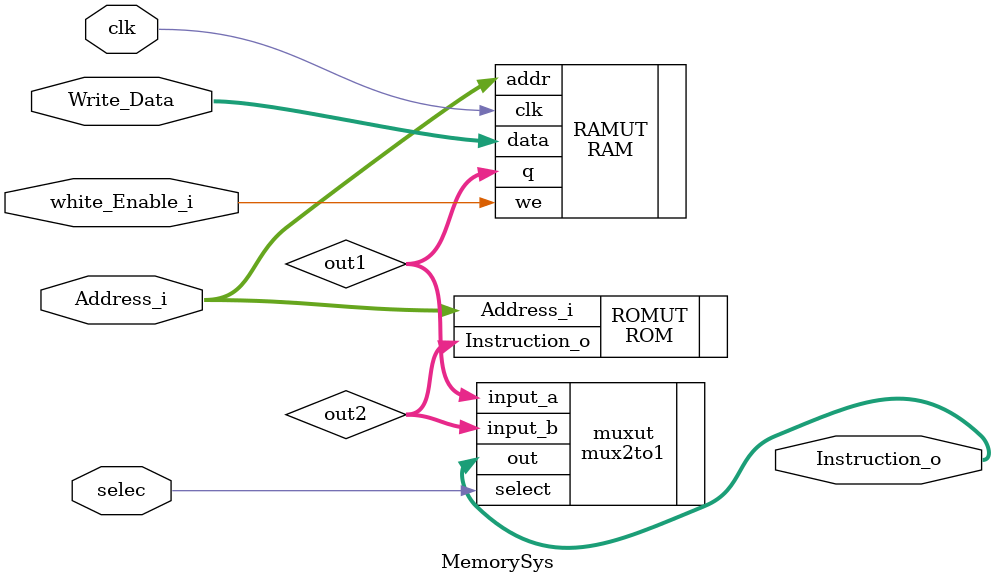
<source format=v>

module MemorySys #(

	parameter DATA_WIDTH = 32

)

(

	input white_Enable_i,clk, 
	input wire selec,
	input [(DATA_WIDTH-1):0] Address_i, Write_Data,
	output[(DATA_WIDTH-1):0] Instruction_o
	     

);

wire [DATA_WIDTH-1:0] out1,out2;

RAM RAMUT(

	.data(Write_Data),
	.addr(Address_i),
	.we(white_Enable_i), 
	.clk(clk),
	.q(out1)
);

ROM ROMUT(

	.Address_i(Address_i),
	.Instruction_o(out2)

);


mux2to1 muxut (

	.select(selec),
	.input_a(out1),
	.input_b(out2),
   .out(Instruction_o)

);

endmodule 
</source>
